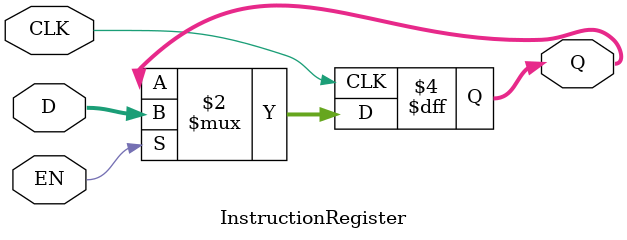
<source format=v>
`timescale 1ns / 1ps

module InstructionRegister #(parameter AWL = 6, DWL = 32, DEPTH = 2**AWL)
                            (input CLK, EN,
                             input [DWL-1:0] D,
                             output reg [DWL-1:0] Q);
                             
    always @ (posedge CLK) begin
        if (EN)
            Q <= D;
    end             
                             
endmodule

</source>
